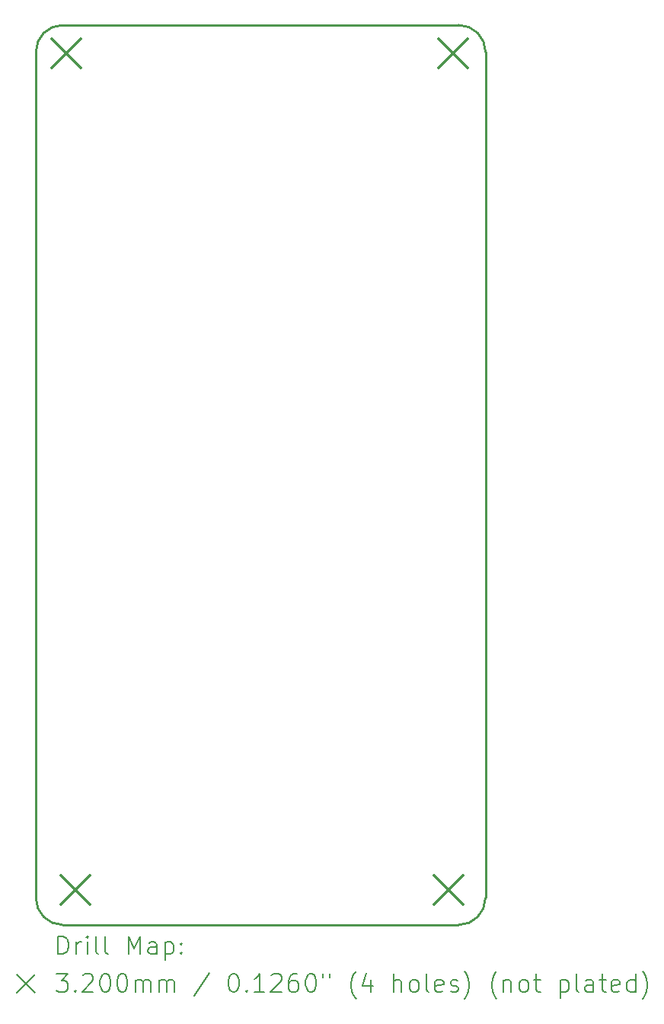
<source format=gbr>
%TF.GenerationSoftware,KiCad,Pcbnew,8.0.4-8.0.4-0~ubuntu22.04.1*%
%TF.CreationDate,2024-08-25T02:19:31+02:00*%
%TF.ProjectId,Deck-Btns,4465636b-2d42-4746-9e73-2e6b69636164,rev?*%
%TF.SameCoordinates,PX5ab1c60PY510ff40*%
%TF.FileFunction,Drillmap*%
%TF.FilePolarity,Positive*%
%FSLAX45Y45*%
G04 Gerber Fmt 4.5, Leading zero omitted, Abs format (unit mm)*
G04 Created by KiCad (PCBNEW 8.0.4-8.0.4-0~ubuntu22.04.1) date 2024-08-25 02:19:31*
%MOMM*%
%LPD*%
G01*
G04 APERTURE LIST*
%ADD10C,0.250000*%
%ADD11C,0.200000*%
%ADD12C,0.320000*%
G04 APERTURE END LIST*
D10*
X2202132Y5012132D02*
G75*
G02*
X2502132Y4712132I-2J-300002D01*
G01*
X-2497868Y4712132D02*
X-2497868Y-4687868D01*
X2202132Y5012132D02*
X-2197868Y5012132D01*
X-2197868Y-4987868D02*
X2202132Y-4987868D01*
X-2197868Y-4987868D02*
G75*
G02*
X-2497868Y-4687868I-2J299998D01*
G01*
X2502132Y-4687868D02*
G75*
G02*
X2202132Y-4987872I-300002J-2D01*
G01*
X2502132Y-4687868D02*
X2502132Y4712132D01*
X-2497868Y4712132D02*
G75*
G02*
X-2197868Y5012128I299998J-2D01*
G01*
D11*
D12*
X-2320000Y4860000D02*
X-2000000Y4540000D01*
X-2000000Y4860000D02*
X-2320000Y4540000D01*
X-2220000Y-4440000D02*
X-1900000Y-4760000D01*
X-1900000Y-4440000D02*
X-2220000Y-4760000D01*
X1930000Y-4440000D02*
X2250000Y-4760000D01*
X2250000Y-4440000D02*
X1930000Y-4760000D01*
X1980000Y4860000D02*
X2300000Y4540000D01*
X2300000Y4860000D02*
X1980000Y4540000D01*
D11*
X-2249591Y-5311852D02*
X-2249591Y-5111852D01*
X-2249591Y-5111852D02*
X-2201972Y-5111852D01*
X-2201972Y-5111852D02*
X-2173401Y-5121376D01*
X-2173401Y-5121376D02*
X-2154353Y-5140423D01*
X-2154353Y-5140423D02*
X-2144829Y-5159471D01*
X-2144829Y-5159471D02*
X-2135306Y-5197566D01*
X-2135306Y-5197566D02*
X-2135306Y-5226138D01*
X-2135306Y-5226138D02*
X-2144829Y-5264233D01*
X-2144829Y-5264233D02*
X-2154353Y-5283280D01*
X-2154353Y-5283280D02*
X-2173401Y-5302328D01*
X-2173401Y-5302328D02*
X-2201972Y-5311852D01*
X-2201972Y-5311852D02*
X-2249591Y-5311852D01*
X-2049591Y-5311852D02*
X-2049591Y-5178518D01*
X-2049591Y-5216614D02*
X-2040067Y-5197566D01*
X-2040067Y-5197566D02*
X-2030544Y-5188042D01*
X-2030544Y-5188042D02*
X-2011496Y-5178518D01*
X-2011496Y-5178518D02*
X-1992448Y-5178518D01*
X-1925782Y-5311852D02*
X-1925782Y-5178518D01*
X-1925782Y-5111852D02*
X-1935305Y-5121376D01*
X-1935305Y-5121376D02*
X-1925782Y-5130899D01*
X-1925782Y-5130899D02*
X-1916258Y-5121376D01*
X-1916258Y-5121376D02*
X-1925782Y-5111852D01*
X-1925782Y-5111852D02*
X-1925782Y-5130899D01*
X-1801972Y-5311852D02*
X-1821020Y-5302328D01*
X-1821020Y-5302328D02*
X-1830544Y-5283280D01*
X-1830544Y-5283280D02*
X-1830544Y-5111852D01*
X-1697210Y-5311852D02*
X-1716258Y-5302328D01*
X-1716258Y-5302328D02*
X-1725782Y-5283280D01*
X-1725782Y-5283280D02*
X-1725782Y-5111852D01*
X-1468639Y-5311852D02*
X-1468639Y-5111852D01*
X-1468639Y-5111852D02*
X-1401972Y-5254709D01*
X-1401972Y-5254709D02*
X-1335306Y-5111852D01*
X-1335306Y-5111852D02*
X-1335306Y-5311852D01*
X-1154353Y-5311852D02*
X-1154353Y-5207090D01*
X-1154353Y-5207090D02*
X-1163877Y-5188042D01*
X-1163877Y-5188042D02*
X-1182925Y-5178518D01*
X-1182925Y-5178518D02*
X-1221020Y-5178518D01*
X-1221020Y-5178518D02*
X-1240067Y-5188042D01*
X-1154353Y-5302328D02*
X-1173401Y-5311852D01*
X-1173401Y-5311852D02*
X-1221020Y-5311852D01*
X-1221020Y-5311852D02*
X-1240067Y-5302328D01*
X-1240067Y-5302328D02*
X-1249591Y-5283280D01*
X-1249591Y-5283280D02*
X-1249591Y-5264233D01*
X-1249591Y-5264233D02*
X-1240067Y-5245185D01*
X-1240067Y-5245185D02*
X-1221020Y-5235661D01*
X-1221020Y-5235661D02*
X-1173401Y-5235661D01*
X-1173401Y-5235661D02*
X-1154353Y-5226138D01*
X-1059115Y-5178518D02*
X-1059115Y-5378518D01*
X-1059115Y-5188042D02*
X-1040067Y-5178518D01*
X-1040067Y-5178518D02*
X-1001972Y-5178518D01*
X-1001972Y-5178518D02*
X-982924Y-5188042D01*
X-982924Y-5188042D02*
X-973401Y-5197566D01*
X-973401Y-5197566D02*
X-963877Y-5216614D01*
X-963877Y-5216614D02*
X-963877Y-5273757D01*
X-963877Y-5273757D02*
X-973401Y-5292804D01*
X-973401Y-5292804D02*
X-982924Y-5302328D01*
X-982924Y-5302328D02*
X-1001972Y-5311852D01*
X-1001972Y-5311852D02*
X-1040067Y-5311852D01*
X-1040067Y-5311852D02*
X-1059115Y-5302328D01*
X-878163Y-5292804D02*
X-868639Y-5302328D01*
X-868639Y-5302328D02*
X-878163Y-5311852D01*
X-878163Y-5311852D02*
X-887686Y-5302328D01*
X-887686Y-5302328D02*
X-878163Y-5292804D01*
X-878163Y-5292804D02*
X-878163Y-5311852D01*
X-878163Y-5188042D02*
X-868639Y-5197566D01*
X-868639Y-5197566D02*
X-878163Y-5207090D01*
X-878163Y-5207090D02*
X-887686Y-5197566D01*
X-887686Y-5197566D02*
X-878163Y-5188042D01*
X-878163Y-5188042D02*
X-878163Y-5207090D01*
X-2710368Y-5540368D02*
X-2510368Y-5740368D01*
X-2510368Y-5540368D02*
X-2710368Y-5740368D01*
X-2268639Y-5531852D02*
X-2144829Y-5531852D01*
X-2144829Y-5531852D02*
X-2211496Y-5608042D01*
X-2211496Y-5608042D02*
X-2182925Y-5608042D01*
X-2182925Y-5608042D02*
X-2163877Y-5617566D01*
X-2163877Y-5617566D02*
X-2154353Y-5627090D01*
X-2154353Y-5627090D02*
X-2144829Y-5646137D01*
X-2144829Y-5646137D02*
X-2144829Y-5693756D01*
X-2144829Y-5693756D02*
X-2154353Y-5712804D01*
X-2154353Y-5712804D02*
X-2163877Y-5722328D01*
X-2163877Y-5722328D02*
X-2182925Y-5731852D01*
X-2182925Y-5731852D02*
X-2240067Y-5731852D01*
X-2240067Y-5731852D02*
X-2259115Y-5722328D01*
X-2259115Y-5722328D02*
X-2268639Y-5712804D01*
X-2059115Y-5712804D02*
X-2049591Y-5722328D01*
X-2049591Y-5722328D02*
X-2059115Y-5731852D01*
X-2059115Y-5731852D02*
X-2068639Y-5722328D01*
X-2068639Y-5722328D02*
X-2059115Y-5712804D01*
X-2059115Y-5712804D02*
X-2059115Y-5731852D01*
X-1973401Y-5550899D02*
X-1963877Y-5541376D01*
X-1963877Y-5541376D02*
X-1944829Y-5531852D01*
X-1944829Y-5531852D02*
X-1897210Y-5531852D01*
X-1897210Y-5531852D02*
X-1878163Y-5541376D01*
X-1878163Y-5541376D02*
X-1868639Y-5550899D01*
X-1868639Y-5550899D02*
X-1859115Y-5569947D01*
X-1859115Y-5569947D02*
X-1859115Y-5588995D01*
X-1859115Y-5588995D02*
X-1868639Y-5617566D01*
X-1868639Y-5617566D02*
X-1982924Y-5731852D01*
X-1982924Y-5731852D02*
X-1859115Y-5731852D01*
X-1735305Y-5531852D02*
X-1716258Y-5531852D01*
X-1716258Y-5531852D02*
X-1697210Y-5541376D01*
X-1697210Y-5541376D02*
X-1687686Y-5550899D01*
X-1687686Y-5550899D02*
X-1678163Y-5569947D01*
X-1678163Y-5569947D02*
X-1668639Y-5608042D01*
X-1668639Y-5608042D02*
X-1668639Y-5655661D01*
X-1668639Y-5655661D02*
X-1678163Y-5693756D01*
X-1678163Y-5693756D02*
X-1687686Y-5712804D01*
X-1687686Y-5712804D02*
X-1697210Y-5722328D01*
X-1697210Y-5722328D02*
X-1716258Y-5731852D01*
X-1716258Y-5731852D02*
X-1735305Y-5731852D01*
X-1735305Y-5731852D02*
X-1754353Y-5722328D01*
X-1754353Y-5722328D02*
X-1763877Y-5712804D01*
X-1763877Y-5712804D02*
X-1773401Y-5693756D01*
X-1773401Y-5693756D02*
X-1782924Y-5655661D01*
X-1782924Y-5655661D02*
X-1782924Y-5608042D01*
X-1782924Y-5608042D02*
X-1773401Y-5569947D01*
X-1773401Y-5569947D02*
X-1763877Y-5550899D01*
X-1763877Y-5550899D02*
X-1754353Y-5541376D01*
X-1754353Y-5541376D02*
X-1735305Y-5531852D01*
X-1544829Y-5531852D02*
X-1525782Y-5531852D01*
X-1525782Y-5531852D02*
X-1506734Y-5541376D01*
X-1506734Y-5541376D02*
X-1497210Y-5550899D01*
X-1497210Y-5550899D02*
X-1487686Y-5569947D01*
X-1487686Y-5569947D02*
X-1478163Y-5608042D01*
X-1478163Y-5608042D02*
X-1478163Y-5655661D01*
X-1478163Y-5655661D02*
X-1487686Y-5693756D01*
X-1487686Y-5693756D02*
X-1497210Y-5712804D01*
X-1497210Y-5712804D02*
X-1506734Y-5722328D01*
X-1506734Y-5722328D02*
X-1525782Y-5731852D01*
X-1525782Y-5731852D02*
X-1544829Y-5731852D01*
X-1544829Y-5731852D02*
X-1563877Y-5722328D01*
X-1563877Y-5722328D02*
X-1573401Y-5712804D01*
X-1573401Y-5712804D02*
X-1582924Y-5693756D01*
X-1582924Y-5693756D02*
X-1592448Y-5655661D01*
X-1592448Y-5655661D02*
X-1592448Y-5608042D01*
X-1592448Y-5608042D02*
X-1582924Y-5569947D01*
X-1582924Y-5569947D02*
X-1573401Y-5550899D01*
X-1573401Y-5550899D02*
X-1563877Y-5541376D01*
X-1563877Y-5541376D02*
X-1544829Y-5531852D01*
X-1392448Y-5731852D02*
X-1392448Y-5598518D01*
X-1392448Y-5617566D02*
X-1382925Y-5608042D01*
X-1382925Y-5608042D02*
X-1363877Y-5598518D01*
X-1363877Y-5598518D02*
X-1335305Y-5598518D01*
X-1335305Y-5598518D02*
X-1316258Y-5608042D01*
X-1316258Y-5608042D02*
X-1306734Y-5627090D01*
X-1306734Y-5627090D02*
X-1306734Y-5731852D01*
X-1306734Y-5627090D02*
X-1297210Y-5608042D01*
X-1297210Y-5608042D02*
X-1278163Y-5598518D01*
X-1278163Y-5598518D02*
X-1249591Y-5598518D01*
X-1249591Y-5598518D02*
X-1230544Y-5608042D01*
X-1230544Y-5608042D02*
X-1221020Y-5627090D01*
X-1221020Y-5627090D02*
X-1221020Y-5731852D01*
X-1125782Y-5731852D02*
X-1125782Y-5598518D01*
X-1125782Y-5617566D02*
X-1116258Y-5608042D01*
X-1116258Y-5608042D02*
X-1097210Y-5598518D01*
X-1097210Y-5598518D02*
X-1068639Y-5598518D01*
X-1068639Y-5598518D02*
X-1049591Y-5608042D01*
X-1049591Y-5608042D02*
X-1040067Y-5627090D01*
X-1040067Y-5627090D02*
X-1040067Y-5731852D01*
X-1040067Y-5627090D02*
X-1030543Y-5608042D01*
X-1030543Y-5608042D02*
X-1011496Y-5598518D01*
X-1011496Y-5598518D02*
X-982924Y-5598518D01*
X-982924Y-5598518D02*
X-963877Y-5608042D01*
X-963877Y-5608042D02*
X-954353Y-5627090D01*
X-954353Y-5627090D02*
X-954353Y-5731852D01*
X-563877Y-5522328D02*
X-735305Y-5779471D01*
X-306734Y-5531852D02*
X-287686Y-5531852D01*
X-287686Y-5531852D02*
X-268639Y-5541376D01*
X-268639Y-5541376D02*
X-259115Y-5550899D01*
X-259115Y-5550899D02*
X-249591Y-5569947D01*
X-249591Y-5569947D02*
X-240067Y-5608042D01*
X-240067Y-5608042D02*
X-240067Y-5655661D01*
X-240067Y-5655661D02*
X-249591Y-5693756D01*
X-249591Y-5693756D02*
X-259115Y-5712804D01*
X-259115Y-5712804D02*
X-268639Y-5722328D01*
X-268639Y-5722328D02*
X-287686Y-5731852D01*
X-287686Y-5731852D02*
X-306734Y-5731852D01*
X-306734Y-5731852D02*
X-325782Y-5722328D01*
X-325782Y-5722328D02*
X-335305Y-5712804D01*
X-335305Y-5712804D02*
X-344829Y-5693756D01*
X-344829Y-5693756D02*
X-354353Y-5655661D01*
X-354353Y-5655661D02*
X-354353Y-5608042D01*
X-354353Y-5608042D02*
X-344829Y-5569947D01*
X-344829Y-5569947D02*
X-335305Y-5550899D01*
X-335305Y-5550899D02*
X-325782Y-5541376D01*
X-325782Y-5541376D02*
X-306734Y-5531852D01*
X-154353Y-5712804D02*
X-144829Y-5722328D01*
X-144829Y-5722328D02*
X-154353Y-5731852D01*
X-154353Y-5731852D02*
X-163877Y-5722328D01*
X-163877Y-5722328D02*
X-154353Y-5712804D01*
X-154353Y-5712804D02*
X-154353Y-5731852D01*
X45647Y-5731852D02*
X-68639Y-5731852D01*
X-11496Y-5731852D02*
X-11496Y-5531852D01*
X-11496Y-5531852D02*
X-30543Y-5560423D01*
X-30543Y-5560423D02*
X-49591Y-5579471D01*
X-49591Y-5579471D02*
X-68639Y-5588995D01*
X121838Y-5550899D02*
X131361Y-5541376D01*
X131361Y-5541376D02*
X150409Y-5531852D01*
X150409Y-5531852D02*
X198028Y-5531852D01*
X198028Y-5531852D02*
X217076Y-5541376D01*
X217076Y-5541376D02*
X226599Y-5550899D01*
X226599Y-5550899D02*
X236123Y-5569947D01*
X236123Y-5569947D02*
X236123Y-5588995D01*
X236123Y-5588995D02*
X226599Y-5617566D01*
X226599Y-5617566D02*
X112314Y-5731852D01*
X112314Y-5731852D02*
X236123Y-5731852D01*
X407552Y-5531852D02*
X369457Y-5531852D01*
X369457Y-5531852D02*
X350409Y-5541376D01*
X350409Y-5541376D02*
X340885Y-5550899D01*
X340885Y-5550899D02*
X321838Y-5579471D01*
X321838Y-5579471D02*
X312314Y-5617566D01*
X312314Y-5617566D02*
X312314Y-5693756D01*
X312314Y-5693756D02*
X321838Y-5712804D01*
X321838Y-5712804D02*
X331361Y-5722328D01*
X331361Y-5722328D02*
X350409Y-5731852D01*
X350409Y-5731852D02*
X388504Y-5731852D01*
X388504Y-5731852D02*
X407552Y-5722328D01*
X407552Y-5722328D02*
X417076Y-5712804D01*
X417076Y-5712804D02*
X426599Y-5693756D01*
X426599Y-5693756D02*
X426599Y-5646137D01*
X426599Y-5646137D02*
X417076Y-5627090D01*
X417076Y-5627090D02*
X407552Y-5617566D01*
X407552Y-5617566D02*
X388504Y-5608042D01*
X388504Y-5608042D02*
X350409Y-5608042D01*
X350409Y-5608042D02*
X331361Y-5617566D01*
X331361Y-5617566D02*
X321838Y-5627090D01*
X321838Y-5627090D02*
X312314Y-5646137D01*
X550409Y-5531852D02*
X569457Y-5531852D01*
X569457Y-5531852D02*
X588504Y-5541376D01*
X588504Y-5541376D02*
X598028Y-5550899D01*
X598028Y-5550899D02*
X607552Y-5569947D01*
X607552Y-5569947D02*
X617076Y-5608042D01*
X617076Y-5608042D02*
X617076Y-5655661D01*
X617076Y-5655661D02*
X607552Y-5693756D01*
X607552Y-5693756D02*
X598028Y-5712804D01*
X598028Y-5712804D02*
X588504Y-5722328D01*
X588504Y-5722328D02*
X569457Y-5731852D01*
X569457Y-5731852D02*
X550409Y-5731852D01*
X550409Y-5731852D02*
X531361Y-5722328D01*
X531361Y-5722328D02*
X521838Y-5712804D01*
X521838Y-5712804D02*
X512314Y-5693756D01*
X512314Y-5693756D02*
X502790Y-5655661D01*
X502790Y-5655661D02*
X502790Y-5608042D01*
X502790Y-5608042D02*
X512314Y-5569947D01*
X512314Y-5569947D02*
X521838Y-5550899D01*
X521838Y-5550899D02*
X531361Y-5541376D01*
X531361Y-5541376D02*
X550409Y-5531852D01*
X693266Y-5531852D02*
X693266Y-5569947D01*
X769457Y-5531852D02*
X769457Y-5569947D01*
X1064695Y-5808042D02*
X1055171Y-5798518D01*
X1055171Y-5798518D02*
X1036123Y-5769947D01*
X1036123Y-5769947D02*
X1026600Y-5750899D01*
X1026600Y-5750899D02*
X1017076Y-5722328D01*
X1017076Y-5722328D02*
X1007552Y-5674709D01*
X1007552Y-5674709D02*
X1007552Y-5636614D01*
X1007552Y-5636614D02*
X1017076Y-5588995D01*
X1017076Y-5588995D02*
X1026600Y-5560423D01*
X1026600Y-5560423D02*
X1036123Y-5541376D01*
X1036123Y-5541376D02*
X1055171Y-5512804D01*
X1055171Y-5512804D02*
X1064695Y-5503280D01*
X1226600Y-5598518D02*
X1226600Y-5731852D01*
X1178981Y-5522328D02*
X1131362Y-5665185D01*
X1131362Y-5665185D02*
X1255171Y-5665185D01*
X1483742Y-5731852D02*
X1483742Y-5531852D01*
X1569457Y-5731852D02*
X1569457Y-5627090D01*
X1569457Y-5627090D02*
X1559933Y-5608042D01*
X1559933Y-5608042D02*
X1540885Y-5598518D01*
X1540885Y-5598518D02*
X1512314Y-5598518D01*
X1512314Y-5598518D02*
X1493266Y-5608042D01*
X1493266Y-5608042D02*
X1483742Y-5617566D01*
X1693266Y-5731852D02*
X1674219Y-5722328D01*
X1674219Y-5722328D02*
X1664695Y-5712804D01*
X1664695Y-5712804D02*
X1655171Y-5693756D01*
X1655171Y-5693756D02*
X1655171Y-5636614D01*
X1655171Y-5636614D02*
X1664695Y-5617566D01*
X1664695Y-5617566D02*
X1674219Y-5608042D01*
X1674219Y-5608042D02*
X1693266Y-5598518D01*
X1693266Y-5598518D02*
X1721838Y-5598518D01*
X1721838Y-5598518D02*
X1740885Y-5608042D01*
X1740885Y-5608042D02*
X1750409Y-5617566D01*
X1750409Y-5617566D02*
X1759933Y-5636614D01*
X1759933Y-5636614D02*
X1759933Y-5693756D01*
X1759933Y-5693756D02*
X1750409Y-5712804D01*
X1750409Y-5712804D02*
X1740885Y-5722328D01*
X1740885Y-5722328D02*
X1721838Y-5731852D01*
X1721838Y-5731852D02*
X1693266Y-5731852D01*
X1874219Y-5731852D02*
X1855171Y-5722328D01*
X1855171Y-5722328D02*
X1845647Y-5703280D01*
X1845647Y-5703280D02*
X1845647Y-5531852D01*
X2026600Y-5722328D02*
X2007552Y-5731852D01*
X2007552Y-5731852D02*
X1969457Y-5731852D01*
X1969457Y-5731852D02*
X1950409Y-5722328D01*
X1950409Y-5722328D02*
X1940885Y-5703280D01*
X1940885Y-5703280D02*
X1940885Y-5627090D01*
X1940885Y-5627090D02*
X1950409Y-5608042D01*
X1950409Y-5608042D02*
X1969457Y-5598518D01*
X1969457Y-5598518D02*
X2007552Y-5598518D01*
X2007552Y-5598518D02*
X2026600Y-5608042D01*
X2026600Y-5608042D02*
X2036123Y-5627090D01*
X2036123Y-5627090D02*
X2036123Y-5646137D01*
X2036123Y-5646137D02*
X1940885Y-5665185D01*
X2112314Y-5722328D02*
X2131362Y-5731852D01*
X2131362Y-5731852D02*
X2169457Y-5731852D01*
X2169457Y-5731852D02*
X2188505Y-5722328D01*
X2188505Y-5722328D02*
X2198028Y-5703280D01*
X2198028Y-5703280D02*
X2198028Y-5693756D01*
X2198028Y-5693756D02*
X2188505Y-5674709D01*
X2188505Y-5674709D02*
X2169457Y-5665185D01*
X2169457Y-5665185D02*
X2140885Y-5665185D01*
X2140885Y-5665185D02*
X2121838Y-5655661D01*
X2121838Y-5655661D02*
X2112314Y-5636614D01*
X2112314Y-5636614D02*
X2112314Y-5627090D01*
X2112314Y-5627090D02*
X2121838Y-5608042D01*
X2121838Y-5608042D02*
X2140885Y-5598518D01*
X2140885Y-5598518D02*
X2169457Y-5598518D01*
X2169457Y-5598518D02*
X2188505Y-5608042D01*
X2264695Y-5808042D02*
X2274219Y-5798518D01*
X2274219Y-5798518D02*
X2293266Y-5769947D01*
X2293266Y-5769947D02*
X2302790Y-5750899D01*
X2302790Y-5750899D02*
X2312314Y-5722328D01*
X2312314Y-5722328D02*
X2321838Y-5674709D01*
X2321838Y-5674709D02*
X2321838Y-5636614D01*
X2321838Y-5636614D02*
X2312314Y-5588995D01*
X2312314Y-5588995D02*
X2302790Y-5560423D01*
X2302790Y-5560423D02*
X2293266Y-5541376D01*
X2293266Y-5541376D02*
X2274219Y-5512804D01*
X2274219Y-5512804D02*
X2264695Y-5503280D01*
X2626600Y-5808042D02*
X2617076Y-5798518D01*
X2617076Y-5798518D02*
X2598028Y-5769947D01*
X2598028Y-5769947D02*
X2588505Y-5750899D01*
X2588505Y-5750899D02*
X2578981Y-5722328D01*
X2578981Y-5722328D02*
X2569457Y-5674709D01*
X2569457Y-5674709D02*
X2569457Y-5636614D01*
X2569457Y-5636614D02*
X2578981Y-5588995D01*
X2578981Y-5588995D02*
X2588505Y-5560423D01*
X2588505Y-5560423D02*
X2598028Y-5541376D01*
X2598028Y-5541376D02*
X2617076Y-5512804D01*
X2617076Y-5512804D02*
X2626600Y-5503280D01*
X2702790Y-5598518D02*
X2702790Y-5731852D01*
X2702790Y-5617566D02*
X2712314Y-5608042D01*
X2712314Y-5608042D02*
X2731362Y-5598518D01*
X2731362Y-5598518D02*
X2759933Y-5598518D01*
X2759933Y-5598518D02*
X2778981Y-5608042D01*
X2778981Y-5608042D02*
X2788505Y-5627090D01*
X2788505Y-5627090D02*
X2788505Y-5731852D01*
X2912314Y-5731852D02*
X2893266Y-5722328D01*
X2893266Y-5722328D02*
X2883743Y-5712804D01*
X2883743Y-5712804D02*
X2874219Y-5693756D01*
X2874219Y-5693756D02*
X2874219Y-5636614D01*
X2874219Y-5636614D02*
X2883743Y-5617566D01*
X2883743Y-5617566D02*
X2893266Y-5608042D01*
X2893266Y-5608042D02*
X2912314Y-5598518D01*
X2912314Y-5598518D02*
X2940885Y-5598518D01*
X2940885Y-5598518D02*
X2959933Y-5608042D01*
X2959933Y-5608042D02*
X2969457Y-5617566D01*
X2969457Y-5617566D02*
X2978981Y-5636614D01*
X2978981Y-5636614D02*
X2978981Y-5693756D01*
X2978981Y-5693756D02*
X2969457Y-5712804D01*
X2969457Y-5712804D02*
X2959933Y-5722328D01*
X2959933Y-5722328D02*
X2940885Y-5731852D01*
X2940885Y-5731852D02*
X2912314Y-5731852D01*
X3036124Y-5598518D02*
X3112314Y-5598518D01*
X3064695Y-5531852D02*
X3064695Y-5703280D01*
X3064695Y-5703280D02*
X3074219Y-5722328D01*
X3074219Y-5722328D02*
X3093266Y-5731852D01*
X3093266Y-5731852D02*
X3112314Y-5731852D01*
X3331362Y-5598518D02*
X3331362Y-5798518D01*
X3331362Y-5608042D02*
X3350409Y-5598518D01*
X3350409Y-5598518D02*
X3388505Y-5598518D01*
X3388505Y-5598518D02*
X3407552Y-5608042D01*
X3407552Y-5608042D02*
X3417076Y-5617566D01*
X3417076Y-5617566D02*
X3426600Y-5636614D01*
X3426600Y-5636614D02*
X3426600Y-5693756D01*
X3426600Y-5693756D02*
X3417076Y-5712804D01*
X3417076Y-5712804D02*
X3407552Y-5722328D01*
X3407552Y-5722328D02*
X3388505Y-5731852D01*
X3388505Y-5731852D02*
X3350409Y-5731852D01*
X3350409Y-5731852D02*
X3331362Y-5722328D01*
X3540885Y-5731852D02*
X3521838Y-5722328D01*
X3521838Y-5722328D02*
X3512314Y-5703280D01*
X3512314Y-5703280D02*
X3512314Y-5531852D01*
X3702790Y-5731852D02*
X3702790Y-5627090D01*
X3702790Y-5627090D02*
X3693266Y-5608042D01*
X3693266Y-5608042D02*
X3674219Y-5598518D01*
X3674219Y-5598518D02*
X3636124Y-5598518D01*
X3636124Y-5598518D02*
X3617076Y-5608042D01*
X3702790Y-5722328D02*
X3683743Y-5731852D01*
X3683743Y-5731852D02*
X3636124Y-5731852D01*
X3636124Y-5731852D02*
X3617076Y-5722328D01*
X3617076Y-5722328D02*
X3607552Y-5703280D01*
X3607552Y-5703280D02*
X3607552Y-5684233D01*
X3607552Y-5684233D02*
X3617076Y-5665185D01*
X3617076Y-5665185D02*
X3636124Y-5655661D01*
X3636124Y-5655661D02*
X3683743Y-5655661D01*
X3683743Y-5655661D02*
X3702790Y-5646137D01*
X3769457Y-5598518D02*
X3845647Y-5598518D01*
X3798028Y-5531852D02*
X3798028Y-5703280D01*
X3798028Y-5703280D02*
X3807552Y-5722328D01*
X3807552Y-5722328D02*
X3826600Y-5731852D01*
X3826600Y-5731852D02*
X3845647Y-5731852D01*
X3988505Y-5722328D02*
X3969457Y-5731852D01*
X3969457Y-5731852D02*
X3931362Y-5731852D01*
X3931362Y-5731852D02*
X3912314Y-5722328D01*
X3912314Y-5722328D02*
X3902790Y-5703280D01*
X3902790Y-5703280D02*
X3902790Y-5627090D01*
X3902790Y-5627090D02*
X3912314Y-5608042D01*
X3912314Y-5608042D02*
X3931362Y-5598518D01*
X3931362Y-5598518D02*
X3969457Y-5598518D01*
X3969457Y-5598518D02*
X3988505Y-5608042D01*
X3988505Y-5608042D02*
X3998028Y-5627090D01*
X3998028Y-5627090D02*
X3998028Y-5646137D01*
X3998028Y-5646137D02*
X3902790Y-5665185D01*
X4169457Y-5731852D02*
X4169457Y-5531852D01*
X4169457Y-5722328D02*
X4150409Y-5731852D01*
X4150409Y-5731852D02*
X4112314Y-5731852D01*
X4112314Y-5731852D02*
X4093266Y-5722328D01*
X4093266Y-5722328D02*
X4083743Y-5712804D01*
X4083743Y-5712804D02*
X4074219Y-5693756D01*
X4074219Y-5693756D02*
X4074219Y-5636614D01*
X4074219Y-5636614D02*
X4083743Y-5617566D01*
X4083743Y-5617566D02*
X4093266Y-5608042D01*
X4093266Y-5608042D02*
X4112314Y-5598518D01*
X4112314Y-5598518D02*
X4150409Y-5598518D01*
X4150409Y-5598518D02*
X4169457Y-5608042D01*
X4245648Y-5808042D02*
X4255171Y-5798518D01*
X4255171Y-5798518D02*
X4274219Y-5769947D01*
X4274219Y-5769947D02*
X4283743Y-5750899D01*
X4283743Y-5750899D02*
X4293267Y-5722328D01*
X4293267Y-5722328D02*
X4302790Y-5674709D01*
X4302790Y-5674709D02*
X4302790Y-5636614D01*
X4302790Y-5636614D02*
X4293267Y-5588995D01*
X4293267Y-5588995D02*
X4283743Y-5560423D01*
X4283743Y-5560423D02*
X4274219Y-5541376D01*
X4274219Y-5541376D02*
X4255171Y-5512804D01*
X4255171Y-5512804D02*
X4245648Y-5503280D01*
M02*

</source>
